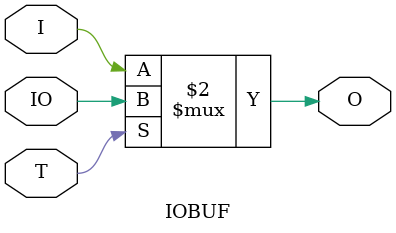
<source format=v>
module IOBUF(
    input  IO,
    output O,
    input  I,
    input  T
  );

  //assign IO = !T ? I : 1'bz;
  assign O  = !T ? I : IO;
endmodule

</source>
